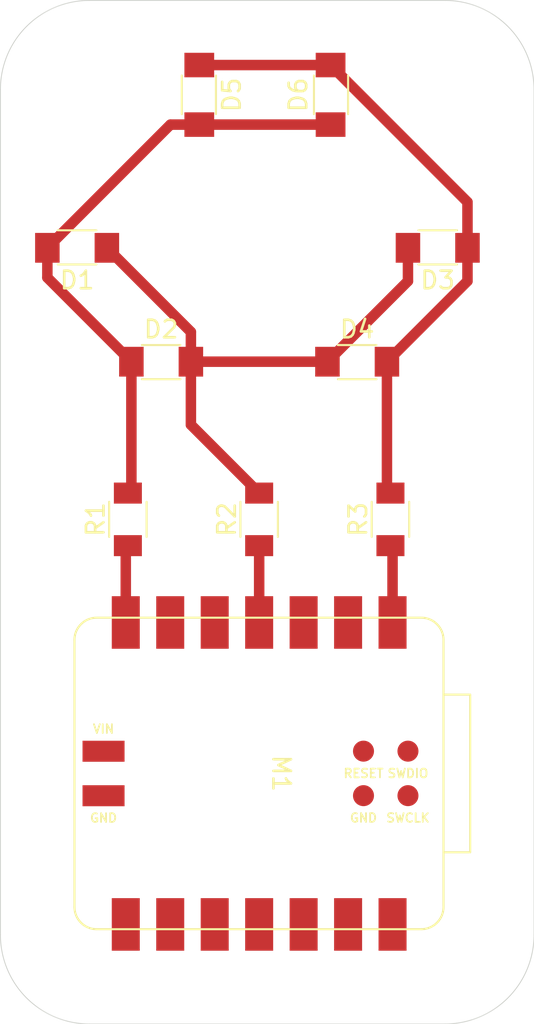
<source format=kicad_pcb>
(kicad_pcb (version 20241229) (generator "pcbnew") (generator_version "9.0")
  (layers (0 "F.Cu" signal) (2 "B.Cu" signal) (13 "F.Paste" user) (15 "B.Paste" user) (5 "F.SilkS" user "F.Silkscreen") (7 "B.SilkS" user "B.Silkscreen") (1 "F.Mask" user) (3 "B.Mask" user) (25 "Edge.Cuts" user))
  (net 0 "")
  (net 1 "Net-(D1-K)")
  (net 2 "Net-(D1-A)")
  (net 3 "Net-(D3-K)")
  (net 18 "Net-(M1-D0)")
  (net 21 "Net-(M1-D6)")
  (net 22 "Net-(M1-D3)")
  (footprint "fab:LED_1206" (layer "F.Cu") (at 145.98 61.2675 -90)
    (property "Reference" "D5" (at 0 -1.85 90) (layer "F.SilkS"))
    (property "Value" "LED_1206")
    (fp_line (start -1.1 1) (end 1.1 1) (stroke (width 0.12)) (layer "F.SilkS"))
    (fp_line (start -1.1 -0.95) (end 1.1 -0.95) (stroke (width 0.12)) (layer "F.SilkS"))
    (pad "1" smd rect (at -1.7 0 270) (size 1.4 1.7) (layers "F.Cu" "F.Mask" "F.Paste") (net 3 "Net-(D3-K)"))
    (pad "2" smd rect (at 1.7 0 270) (size 1.4 1.7) (layers "F.Cu" "F.Mask" "F.Paste") (net 2 "Net-(D1-A)"))
  )
  (footprint "fab:LED_1206" (layer "F.Cu") (at 139 70 180)
    (property "Reference" "D1" (at 0 -1.85 0) (layer "F.SilkS"))
    (property "Value" "LED_1206")
    (fp_line (start -1.1 1) (end 1.1 1) (stroke (width 0.12)) (layer "F.SilkS"))
    (fp_line (start -1.1 -0.95) (end 1.1 -0.95) (stroke (width 0.12)) (layer "F.SilkS"))
    (pad "1" smd rect (at -1.7 0 180) (size 1.4 1.7) (layers "F.Cu" "F.Mask" "F.Paste") (net 1 "Net-(D1-K)"))
    (pad "2" smd rect (at 1.7 0 180) (size 1.4 1.7) (layers "F.Cu" "F.Mask" "F.Paste") (net 2 "Net-(D1-A)"))
  )
  (footprint "fab:LED_1206" (layer "F.Cu") (at 155 76.5)
    (property "Reference" "D4" (at 0 -1.85 0) (layer "F.SilkS"))
    (property "Value" "LED_1206")
    (fp_line (start -1.1 -0.95) (end 1.1 -0.95) (stroke (width 0.12)) (layer "F.SilkS"))
    (fp_line (start -1.1 1) (end 1.1 1) (stroke (width 0.12)) (layer "F.SilkS"))
    (pad "1" smd rect (at -1.7 0) (size 1.4 1.7) (layers "F.Cu" "F.Mask" "F.Paste") (net 1 "Net-(D1-K)"))
    (pad "2" smd rect (at 1.7 0) (size 1.4 1.7) (layers "F.Cu" "F.Mask" "F.Paste") (net 3 "Net-(D3-K)"))
  )
  (footprint "fab:R_1206" (layer "F.Cu") (at 149.4 85.5 90)
    (property "Reference" "R2" (at 0 -1.85 90) (layer "F.SilkS"))
    (property "Value" "50")
    (fp_line (start -1 -1.07) (end 1 -1.07) (stroke (width 0.12)) (layer "F.SilkS"))
    (fp_line (start 1 1.07) (end -1 1.07) (stroke (width 0.12)) (layer "F.SilkS"))
    (pad "1" smd rect (at -1.5 0 90) (size 1.2 1.6) (layers "F.Cu" "F.Mask" "F.Paste") (net 22 "Net-(M1-D3)"))
    (pad "2" smd rect (at 1.5 0 90) (size 1.2 1.6) (layers "F.Cu" "F.Mask" "F.Paste") (net 1 "Net-(D1-K)"))
  )
  (footprint "fab:R_1206" (layer "F.Cu") (at 156.9 85.5 90)
    (property "Reference" "R3" (at 0 -1.85 90) (layer "F.SilkS"))
    (property "Value" "50")
    (fp_line (start -1 -1.07) (end 1 -1.07) (stroke (width 0.12)) (layer "F.SilkS"))
    (fp_line (start 1 1.07) (end -1 1.07) (stroke (width 0.12)) (layer "F.SilkS"))
    (pad "1" smd rect (at -1.5 0 90) (size 1.2 1.6) (layers "F.Cu" "F.Mask" "F.Paste") (net 18 "Net-(M1-D0)"))
    (pad "2" smd rect (at 1.5 0 90) (size 1.2 1.6) (layers "F.Cu" "F.Mask" "F.Paste") (net 3 "Net-(D3-K)"))
  )
  (footprint "fab:LED_1206" (layer "F.Cu") (at 153.48 61.2675 90)
    (property "Reference" "D6" (at 0 -1.85 90) (layer "F.SilkS"))
    (property "Value" "LED_1206")
    (fp_line (start -1.1 -0.95) (end 1.1 -0.95) (stroke (width 0.12)) (layer "F.SilkS"))
    (fp_line (start -1.1 1) (end 1.1 1) (stroke (width 0.12)) (layer "F.SilkS"))
    (pad "1" smd rect (at -1.7 0 90) (size 1.4 1.7) (layers "F.Cu" "F.Mask" "F.Paste") (net 2 "Net-(D1-A)"))
    (pad "2" smd rect (at 1.7 0 90) (size 1.4 1.7) (layers "F.Cu" "F.Mask" "F.Paste") (net 3 "Net-(D3-K)"))
  )
  (footprint "fab:LED_1206" (layer "F.Cu") (at 143.8 76.5)
    (property "Reference" "D2" (at 0 -1.85 0) (layer "F.SilkS"))
    (property "Value" "LED_1206")
    (fp_line (start -1.1 -0.95) (end 1.1 -0.95) (stroke (width 0.12)) (layer "F.SilkS"))
    (fp_line (start -1.1 1) (end 1.1 1) (stroke (width 0.12)) (layer "F.SilkS"))
    (pad "1" smd rect (at -1.7 0) (size 1.4 1.7) (layers "F.Cu" "F.Mask" "F.Paste") (net 2 "Net-(D1-A)"))
    (pad "2" smd rect (at 1.7 0) (size 1.4 1.7) (layers "F.Cu" "F.Mask" "F.Paste") (net 1 "Net-(D1-K)"))
  )
  (footprint "fab:R_1206" (layer "F.Cu") (at 141.9 85.5 90)
    (property "Reference" "R1" (at 0 -1.85 90) (layer "F.SilkS"))
    (property "Value" "50")
    (fp_line (start -1 -1.07) (end 1 -1.07) (stroke (width 0.12)) (layer "F.SilkS"))
    (fp_line (start 1 1.07) (end -1 1.07) (stroke (width 0.12)) (layer "F.SilkS"))
    (pad "1" smd rect (at -1.5 0 90) (size 1.2 1.6) (layers "F.Cu" "F.Mask" "F.Paste") (net 21 "Net-(M1-D6)"))
    (pad "2" smd rect (at 1.5 0 90) (size 1.2 1.6) (layers "F.Cu" "F.Mask" "F.Paste") (net 2 "Net-(D1-A)"))
  )
  (footprint "fab:SeeedStudio_XIAO_RP2040_no_holes" (layer "F.Cu") (at 149.4 100 -90)
    (property "Reference" "M1" (at 0 -1.27 270) (layer "F.SilkS"))
    (property "Value" "Module_XIAO-RP2040")
    (fp_line (start 7.6225 10.551) (end -7.6175 10.551) (stroke (width 0.12)) (layer "F.SilkS"))
    (fp_line (start -8.8875 9.281) (end -8.8875 -9.261) (stroke (width 0.12)) (layer "F.SilkS"))
    (fp_line (start 8.8925 -9.261) (end 8.8925 9.281) (stroke (width 0.12)) (layer "F.SilkS"))
    (fp_line (start -7.6175 -10.531) (end 7.6225 -10.531) (stroke (width 0.12)) (layer "F.SilkS"))
    (fp_rect (start -4.4975 -10.531) (end 4.5025 -12.055) (stroke (width 0.12)) (fill no) (layer "F.SilkS"))
    (fp_arc (start -7.6175 10.551) (mid -8.515526 10.179026) (end -8.8875 9.281) (stroke (width 0.12)) (layer "F.SilkS"))
    (fp_arc (start 8.8925 9.281) (mid 8.520526 10.179026) (end 7.6225 10.551) (stroke (width 0.12)) (layer "F.SilkS"))
    (fp_arc (start -8.8875 -9.261) (mid -8.515526 -10.159026) (end -7.6175 -10.531) (stroke (width 0.12)) (layer "F.SilkS"))
    (fp_arc (start 7.6225 -10.531) (mid 8.520526 -10.159026) (end 8.8925 -9.261) (stroke (width 0.12)) (layer "F.SilkS"))
    (fp_text user "VIN" (at -2.535 8.89 0) (layer "F.SilkS") (effects (font (size 0.5 0.5) (thickness 0.1) (bold yes))))
    (fp_text user "GND" (at 2.545 8.89 0) (layer "F.SilkS") (effects (font (size 0.5 0.5) (thickness 0.1) (bold yes))))
    (fp_text user "SWCLK" (at 2.54 -8.5 0) (layer "F.SilkS") (effects (font (size 0.5 0.5) (thickness 0.1) (bold yes))))
    (fp_text user "GND" (at 2.54 -5.96 0) (layer "F.SilkS") (effects (font (size 0.5 0.5) (thickness 0.1) (bold yes))))
    (fp_text user "RESET" (at 0 -5.96 0) (layer "F.SilkS") (effects (font (size 0.5 0.5) (thickness 0.1) (bold yes))))
    (fp_text user "SWDIO" (at 0 -8.5 0) (layer "F.SilkS") (effects (font (size 0.5 0.5) (thickness 0.1) (bold yes))))
    (pad "1" smd rect (at -7.615 -7.62 270) (size 3 1.6) (drill (offset -1 0)) (layers "F.Cu" "F.Mask" "F.Paste") (net 18 "Net-(M1-D0)"))
    (pad "2" smd rect (at -7.615 -5.08 270) (size 3 1.6) (drill (offset -1 0)) (layers "F.Cu" "F.Mask" "F.Paste"))
    (pad "3" smd rect (at -7.615 -2.54 270) (size 3 1.6) (drill (offset -1 0)) (layers "F.Cu" "F.Mask" "F.Paste"))
    (pad "4" smd rect (at -7.615 0 270) (size 3 1.6) (drill (offset -1 0)) (layers "F.Cu" "F.Mask" "F.Paste") (net 22 "Net-(M1-D3)"))
    (pad "5" smd rect (at -7.615 2.54 270) (size 3 1.6) (drill (offset -1 0)) (layers "F.Cu" "F.Mask" "F.Paste"))
    (pad "6" smd rect (at -7.615 5.08 270) (size 3 1.6) (drill (offset -1 0)) (layers "F.Cu" "F.Mask" "F.Paste"))
    (pad "7" smd rect (at -7.615 7.62 270) (size 3 1.6) (drill (offset -1 0)) (layers "F.Cu" "F.Mask" "F.Paste") (net 21 "Net-(M1-D6)"))
    (pad "8" smd rect (at 7.62 7.62 270) (size 3 1.6) (drill (offset 1 0)) (layers "F.Cu" "F.Mask" "F.Paste"))
    (pad "9" smd rect (at 7.62 5.08 270) (size 3 1.6) (drill (offset 1 0)) (layers "F.Cu" "F.Mask" "F.Paste"))
    (pad "10" smd rect (at 7.62 2.54 270) (size 3 1.6) (drill (offset 1 0)) (layers "F.Cu" "F.Mask" "F.Paste"))
    (pad "11" smd rect (at 7.62 0 270) (size 3 1.6) (drill (offset 1 0)) (layers "F.Cu" "F.Mask" "F.Paste"))
    (pad "12" smd rect (at 7.62 -2.54 270) (size 3 1.6) (drill (offset 1 0)) (layers "F.Cu" "F.Mask" "F.Paste"))
    (pad "13" smd rect (at 7.62 -5.08 270) (size 3 1.6) (drill (offset 1 0)) (layers "F.Cu" "F.Mask" "F.Paste"))
    (pad "14" smd rect (at 7.62 -7.62 270) (size 3 1.6) (drill (offset 1 0)) (layers "F.Cu" "F.Mask" "F.Paste"))
    (pad "15" smd rect (at 1.275 8.89 180) (size 2.4 1.2) (layers "F.Cu" "F.Mask" "F.Paste"))
    (pad "16" smd rect (at -1.265 8.89 180) (size 2.4 1.2) (layers "F.Cu" "F.Mask" "F.Paste"))
    (pad "17" smd circle (at -1.27 -8.5 270) (size 1.2 1.2) (layers "F.Cu" "F.Mask" "F.Paste"))
    (pad "18" smd circle (at -1.27 -5.96 270) (size 1.2 1.2) (layers "F.Cu" "F.Mask" "F.Paste"))
    (pad "19" smd circle (at 1.27 -5.96 270) (size 1.2 1.2) (layers "F.Cu" "F.Mask" "F.Paste"))
    (pad "20" smd circle (at 1.27 -8.5 270) (size 1.2 1.2) (layers "F.Cu" "F.Mask" "F.Paste"))
  )
  (footprint "fab:LED_1206" (layer "F.Cu") (at 159.6 70 180)
    (property "Reference" "D3" (at 0 -1.85 0) (layer "F.SilkS"))
    (property "Value" "LED_1206")
    (fp_line (start -1.1 1) (end 1.1 1) (stroke (width 0.12)) (layer "F.SilkS"))
    (fp_line (start -1.1 -0.95) (end 1.1 -0.95) (stroke (width 0.12)) (layer "F.SilkS"))
    (pad "1" smd rect (at -1.7 0 180) (size 1.4 1.7) (layers "F.Cu" "F.Mask" "F.Paste") (net 3 "Net-(D3-K)"))
    (pad "2" smd rect (at 1.7 0 180) (size 1.4 1.7) (layers "F.Cu" "F.Mask" "F.Paste") (net 1 "Net-(D1-K)"))
  )
  (gr_arc (start 134.62 60.96) (mid 136.107898 57.367898) (end 139.7 55.88) (stroke (width 0.05)) (layer "Edge.Cuts"))
  (gr_arc (start 139.7 114.3) (mid 136.107898 112.812102) (end 134.62 109.22) (stroke (width 0.05)) (layer "Edge.Cuts"))
  (gr_line (start 160.02 114.3) (end 139.7 114.3) (stroke (width 0.05)) (layer "Edge.Cuts"))
  (gr_line (start 165.1 60.96) (end 165.1 109.22) (stroke (width 0.05)) (layer "Edge.Cuts"))
  (gr_line (start 134.62 109.22) (end 134.62 60.96) (stroke (width 0.05)) (layer "Edge.Cuts"))
  (gr_arc (start 165.1 109.22) (mid 163.612102 112.812102) (end 160.02 114.3) (stroke (width 0.05)) (layer "Edge.Cuts"))
  (gr_arc (start 160.02 55.88) (mid 163.612102 57.367898) (end 165.1 60.96) (stroke (width 0.05)) (layer "Edge.Cuts"))
  (gr_line (start 139.7 55.88) (end 160.02 55.88) (stroke (width 0.05)) (layer "Edge.Cuts"))
  (segment (start 153.3 76.5) (end 145.5 76.5) (width 0.6) (layer "F.Cu") (net 1))
  (segment (start 157.9 71.9) (end 153.3 76.5) (width 0.6) (layer "F.Cu") (net 1))
  (segment (start 145.5 76.5) (end 145.5 80.1) (width 0.6) (layer "F.Cu") (net 1))
  (segment (start 145.5 76.5) (end 145.5 74.8) (width 0.6) (layer "F.Cu") (net 1))
  (segment (start 145.5 80.1) (end 149.4 84) (width 0.6) (layer "F.Cu") (net 1))
  (segment (start 145.5 74.8) (end 140.7 70) (width 0.6) (layer "F.Cu") (net 1))
  (segment (start 157.9 70) (end 157.9 71.9) (width 0.6) (layer "F.Cu") (net 1))
  (segment (start 142.1 76.5) (end 142.1 83.8) (width 0.6) (layer "F.Cu") (net 2))
  (segment (start 137.3 70) (end 137.3 71.7) (width 0.6) (layer "F.Cu") (net 2))
  (segment (start 145.98 62.9675) (end 144.3325 62.9675) (width 0.6) (layer "F.Cu") (net 2))
  (segment (start 137.3 71.7) (end 142.1 76.5) (width 0.6) (layer "F.Cu") (net 2))
  (segment (start 145.98 62.9675) (end 153.48 62.9675) (width 0.6) (layer "F.Cu") (net 2))
  (segment (start 142.1 83.8) (end 141.9 84) (width 0.6) (layer "F.Cu") (net 2))
  (segment (start 144.3325 62.9675) (end 137.3 70) (width 0.6) (layer "F.Cu") (net 2))
  (segment (start 156.7 83.8) (end 156.9 84) (width 0.6) (layer "F.Cu") (net 3))
  (segment (start 145.98 59.5675) (end 153.48 59.5675) (width 0.6) (layer "F.Cu") (net 3))
  (segment (start 153.48 59.5675) (end 161.3 67.3875) (width 0.6) (layer "F.Cu") (net 3))
  (segment (start 161.3 71.9) (end 156.7 76.5) (width 0.6) (layer "F.Cu") (net 3))
  (segment (start 161.3 70) (end 161.3 71.9) (width 0.6) (layer "F.Cu") (net 3))
  (segment (start 156.7 76.5) (end 156.7 83.8) (width 0.6) (layer "F.Cu") (net 3))
  (segment (start 161.3 67.3875) (end 161.3 70) (width 0.6) (layer "F.Cu") (net 3))
  (segment (start 157.02 92.385) (end 157.02 87.12) (width 0.6) (layer "F.Cu") (net 18))
  (segment (start 157.02 87.12) (end 156.9 87) (width 0.6) (layer "F.Cu") (net 18))
  (segment (start 141.78 87.12) (end 141.9 87) (width 0.6) (layer "F.Cu") (net 21))
  (segment (start 141.78 92.385) (end 141.78 87.12) (width 0.6) (layer "F.Cu") (net 21))
  (segment (start 149.4 92.385) (end 149.4 87) (width 0.6) (layer "F.Cu") (net 22))
)
</source>
